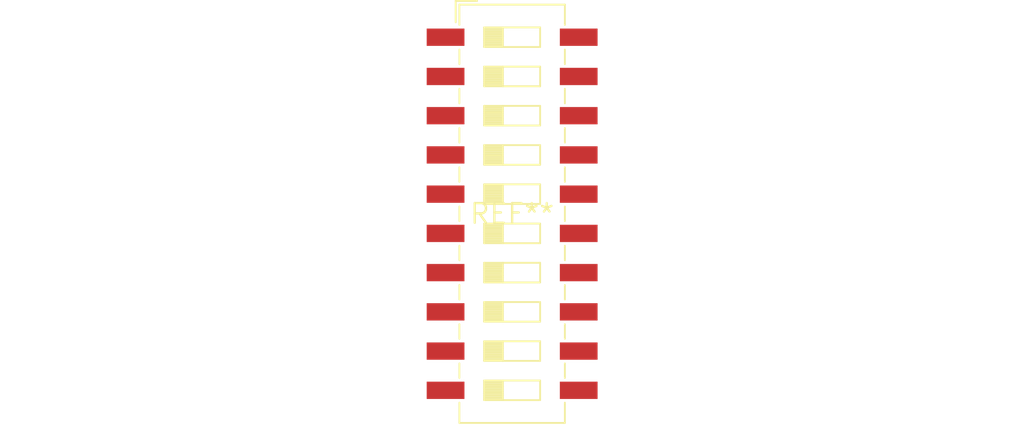
<source format=kicad_pcb>
(kicad_pcb (version 20240108) (generator pcbnew)
  (layers (0 "F.Cu" signal) (31 "B.Cu" signal) (34 "B.Paste" user) (35 "F.Paste" user) (36 "B.SilkS" user "B.Silkscreen") (37 "F.SilkS" user "F.Silkscreen") (38 "B.Mask" user) (39 "F.Mask" user) (44 "Edge.Cuts" user))
  (net 0 "")
  (footprint "SW_DIP_SPSTx10_Slide_6.7x26.96mm_W8.61mm_P2.54mm_LowProfile" (layer "F.Cu") (at 0 0)
    (property "Reference" "REF**")
    (property "Value" "SW_DIP_SPSTx10_Slide_6.7x26.96mm_W8.61mm_P2.54mm_LowProfile")
    (fp_line (start -3.65 -13.78) (end -3.65 -12.397) (layer "F.SilkS") (stroke (width 0.12)))
    (fp_line (start -3.65 -13.78) (end -2.267 -13.78) (layer "F.SilkS") (stroke (width 0.12)))
    (fp_line (start -3.41 -13.54) (end -3.41 -12.23) (layer "F.SilkS") (stroke (width 0.12)))
    (fp_line (start -3.41 -13.54) (end 3.41 -13.54) (layer "F.SilkS") (stroke (width 0.12)))
    (fp_line (start -3.41 -10.63) (end -3.41 -9.69) (layer "F.SilkS") (stroke (width 0.12)))
    (fp_line (start -3.41 -8.09) (end -3.41 -7.15) (layer "F.SilkS") (stroke (width 0.12)))
    (fp_line (start -3.41 -5.55) (end -3.41 -4.61) (layer "F.SilkS") (stroke (width 0.12)))
    (fp_line (start -3.41 -3.01) (end -3.41 -2.07) (layer "F.SilkS") (stroke (width 0.12)))
    (fp_line (start -3.41 -0.47) (end -3.41 0.47) (layer "F.SilkS") (stroke (width 0.12)))
    (fp_line (start -3.41 2.07) (end -3.41 3.01) (layer "F.SilkS") (stroke (width 0.12)))
    (fp_line (start -3.41 4.61) (end -3.41 5.55) (layer "F.SilkS") (stroke (width 0.12)))
    (fp_line (start -3.41 7.15) (end -3.41 8.09) (layer "F.SilkS") (stroke (width 0.12)))
    (fp_line (start -3.41 9.69) (end -3.41 10.63) (layer "F.SilkS") (stroke (width 0.12)))
    (fp_line (start -3.41 12.23) (end -3.41 13.541) (layer "F.SilkS") (stroke (width 0.12)))
    (fp_line (start -3.41 13.541) (end 3.41 13.541) (layer "F.SilkS") (stroke (width 0.12)))
    (fp_line (start -1.81 -12.065) (end -1.81 -10.795) (layer "F.SilkS") (stroke (width 0.12)))
    (fp_line (start -1.81 -11.945) (end -0.603333 -11.945) (layer "F.SilkS") (stroke (width 0.12)))
    (fp_line (start -1.81 -11.825) (end -0.603333 -11.825) (layer "F.SilkS") (stroke (width 0.12)))
    (fp_line (start -1.81 -11.705) (end -0.603333 -11.705) (layer "F.SilkS") (stroke (width 0.12)))
    (fp_line (start -1.81 -11.585) (end -0.603333 -11.585) (layer "F.SilkS") (stroke (width 0.12)))
    (fp_line (start -1.81 -11.465) (end -0.603333 -11.465) (layer "F.SilkS") (stroke (width 0.12)))
    (fp_line (start -1.81 -11.345) (end -0.603333 -11.345) (layer "F.SilkS") (stroke (width 0.12)))
    (fp_line (start -1.81 -11.225) (end -0.603333 -11.225) (layer "F.SilkS") (stroke (width 0.12)))
    (fp_line (start -1.81 -11.105) (end -0.603333 -11.105) (layer "F.SilkS") (stroke (width 0.12)))
    (fp_line (start -1.81 -10.985) (end -0.603333 -10.985) (layer "F.SilkS") (stroke (width 0.12)))
    (fp_line (start -1.81 -10.865) (end -0.603333 -10.865) (layer "F.SilkS") (stroke (width 0.12)))
    (fp_line (start -1.81 -10.795) (end 1.81 -10.795) (layer "F.SilkS") (stroke (width 0.12)))
    (fp_line (start -1.81 -9.525) (end -1.81 -8.255) (layer "F.SilkS") (stroke (width 0.12)))
    (fp_line (start -1.81 -9.405) (end -0.603333 -9.405) (layer "F.SilkS") (stroke (width 0.12)))
    (fp_line (start -1.81 -9.285) (end -0.603333 -9.285) (layer "F.SilkS") (stroke (width 0.12)))
    (fp_line (start -1.81 -9.165) (end -0.603333 -9.165) (layer "F.SilkS") (stroke (width 0.12)))
    (fp_line (start -1.81 -9.045) (end -0.603333 -9.045) (layer "F.SilkS") (stroke (width 0.12)))
    (fp_line (start -1.81 -8.925) (end -0.603333 -8.925) (layer "F.SilkS") (stroke (width 0.12)))
    (fp_line (start -1.81 -8.805) (end -0.603333 -8.805) (layer "F.SilkS") (stroke (width 0.12)))
    (fp_line (start -1.81 -8.685) (end -0.603333 -8.685) (layer "F.SilkS") (stroke (width 0.12)))
    (fp_line (start -1.81 -8.565) (end -0.603333 -8.565) (layer "F.SilkS") (stroke (width 0.12)))
    (fp_line (start -1.81 -8.445) (end -0.603333 -8.445) (layer "F.SilkS") (stroke (width 0.12)))
    (fp_line (start -1.81 -8.325) (end -0.603333 -8.325) (layer "F.SilkS") (stroke (width 0.12)))
    (fp_line (start -1.81 -8.255) (end 1.81 -8.255) (layer "F.SilkS") (stroke (width 0.12)))
    (fp_line (start -1.81 -6.985) (end -1.81 -5.715) (layer "F.SilkS") (stroke (width 0.12)))
    (fp_line (start -1.81 -6.865) (end -0.603333 -6.865) (layer "F.SilkS") (stroke (width 0.12)))
    (fp_line (start -1.81 -6.745) (end -0.603333 -6.745) (layer "F.SilkS") (stroke (width 0.12)))
    (fp_line (start -1.81 -6.625) (end -0.603333 -6.625) (layer "F.SilkS") (stroke (width 0.12)))
    (fp_line (start -1.81 -6.505) (end -0.603333 -6.505) (layer "F.SilkS") (stroke (width 0.12)))
    (fp_line (start -1.81 -6.385) (end -0.603333 -6.385) (layer "F.SilkS") (stroke (width 0.12)))
    (fp_line (start -1.81 -6.265) (end -0.603333 -6.265) (layer "F.SilkS") (stroke (width 0.12)))
    (fp_line (start -1.81 -6.145) (end -0.603333 -6.145) (layer "F.SilkS") (stroke (width 0.12)))
    (fp_line (start -1.81 -6.025) (end -0.603333 -6.025) (layer "F.SilkS") (stroke (width 0.12)))
    (fp_line (start -1.81 -5.905) (end -0.603333 -5.905) (layer "F.SilkS") (stroke (width 0.12)))
    (fp_line (start -1.81 -5.785) (end -0.603333 -5.785) (layer "F.SilkS") (stroke (width 0.12)))
    (fp_line (start -1.81 -5.715) (end 1.81 -5.715) (layer "F.SilkS") (stroke (width 0.12)))
    (fp_line (start -1.81 -4.445) (end -1.81 -3.175) (layer "F.SilkS") (stroke (width 0.12)))
    (fp_line (start -1.81 -4.325) (end -0.603333 -4.325) (layer "F.SilkS") (stroke (width 0.12)))
    (fp_line (start -1.81 -4.205) (end -0.603333 -4.205) (layer "F.SilkS") (stroke (width 0.12)))
    (fp_line (start -1.81 -4.085) (end -0.603333 -4.085) (layer "F.SilkS") (stroke (width 0.12)))
    (fp_line (start -1.81 -3.965) (end -0.603333 -3.965) (layer "F.SilkS") (stroke (width 0.12)))
    (fp_line (start -1.81 -3.845) (end -0.603333 -3.845) (layer "F.SilkS") (stroke (width 0.12)))
    (fp_line (start -1.81 -3.725) (end -0.603333 -3.725) (layer "F.SilkS") (stroke (width 0.12)))
    (fp_line (start -1.81 -3.605) (end -0.603333 -3.605) (layer "F.SilkS") (stroke (width 0.12)))
    (fp_line (start -1.81 -3.485) (end -0.603333 -3.485) (layer "F.SilkS") (stroke (width 0.12)))
    (fp_line (start -1.81 -3.365) (end -0.603333 -3.365) (layer "F.SilkS") (stroke (width 0.12)))
    (fp_line (start -1.81 -3.245) (end -0.603333 -3.245) (layer "F.SilkS") (stroke (width 0.12)))
    (fp_line (start -1.81 -3.175) (end 1.81 -3.175) (layer "F.SilkS") (stroke (width 0.12)))
    (fp_line (start -1.81 -1.905) (end -1.81 -0.635) (layer "F.SilkS") (stroke (width 0.12)))
    (fp_line (start -1.81 -1.785) (end -0.603333 -1.785) (layer "F.SilkS") (stroke (width 0.12)))
    (fp_line (start -1.81 -1.665) (end -0.603333 -1.665) (layer "F.SilkS") (stroke (width 0.12)))
    (fp_line (start -1.81 -1.545) (end -0.603333 -1.545) (layer "F.SilkS") (stroke (width 0.12)))
    (fp_line (start -1.81 -1.425) (end -0.603333 -1.425) (layer "F.SilkS") (stroke (width 0.12)))
    (fp_line (start -1.81 -1.305) (end -0.603333 -1.305) (layer "F.SilkS") (stroke (width 0.12)))
    (fp_line (start -1.81 -1.185) (end -0.603333 -1.185) (layer "F.SilkS") (stroke (width 0.12)))
    (fp_line (start -1.81 -1.065) (end -0.603333 -1.065) (layer "F.SilkS") (stroke (width 0.12)))
    (fp_line (start -1.81 -0.945) (end -0.603333 -0.945) (layer "F.SilkS") (stroke (width 0.12)))
    (fp_line (start -1.81 -0.825) (end -0.603333 -0.825) (layer "F.SilkS") (stroke (width 0.12)))
    (fp_line (start -1.81 -0.705) (end -0.603333 -0.705) (layer "F.SilkS") (stroke (width 0.12)))
    (fp_line (start -1.81 -0.635) (end 1.81 -0.635) (layer "F.SilkS") (stroke (width 0.12)))
    (fp_line (start -1.81 0.635) (end -1.81 1.905) (layer "F.SilkS") (stroke (width 0.12)))
    (fp_line (start -1.81 0.755) (end -0.603333 0.755) (layer "F.SilkS") (stroke (width 0.12)))
    (fp_line (start -1.81 0.875) (end -0.603333 0.875) (layer "F.SilkS") (stroke (width 0.12)))
    (fp_line (start -1.81 0.995) (end -0.603333 0.995) (layer "F.SilkS") (stroke (width 0.12)))
    (fp_line (start -1.81 1.115) (end -0.603333 1.115) (layer "F.SilkS") (stroke (width 0.12)))
    (fp_line (start -1.81 1.235) (end -0.603333 1.235) (layer "F.SilkS") (stroke (width 0.12)))
    (fp_line (start -1.81 1.355) (end -0.603333 1.355) (layer "F.SilkS") (stroke (width 0.12)))
    (fp_line (start -1.81 1.475) (end -0.603333 1.475) (layer "F.SilkS") (stroke (width 0.12)))
    (fp_line (start -1.81 1.595) (end -0.603333 1.595) (layer "F.SilkS") (stroke (width 0.12)))
    (fp_line (start -1.81 1.715) (end -0.603333 1.715) (layer "F.SilkS") (stroke (width 0.12)))
    (fp_line (start -1.81 1.835) (end -0.603333 1.835) (layer "F.SilkS") (stroke (width 0.12)))
    (fp_line (start -1.81 1.905) (end 1.81 1.905) (layer "F.SilkS") (stroke (width 0.12)))
    (fp_line (start -1.81 3.175) (end -1.81 4.445) (layer "F.SilkS") (stroke (width 0.12)))
    (fp_line (start -1.81 3.295) (end -0.603333 3.295) (layer "F.SilkS") (stroke (width 0.12)))
    (fp_line (start -1.81 3.415) (end -0.603333 3.415) (layer "F.SilkS") (stroke (width 0.12)))
    (fp_line (start -1.81 3.535) (end -0.603333 3.535) (layer "F.SilkS") (stroke (width 0.12)))
    (fp_line (start -1.81 3.655) (end -0.603333 3.655) (layer "F.SilkS") (stroke (width 0.12)))
    (fp_line (start -1.81 3.775) (end -0.603333 3.775) (layer "F.SilkS") (stroke (width 0.12)))
    (fp_line (start -1.81 3.895) (end -0.603333 3.895) (layer "F.SilkS") (stroke (width 0.12)))
    (fp_line (start -1.81 4.015) (end -0.603333 4.015) (layer "F.SilkS") (stroke (width 0.12)))
    (fp_line (start -1.81 4.135) (end -0.603333 4.135) (layer "F.SilkS") (stroke (width 0.12)))
    (fp_line (start -1.81 4.255) (end -0.603333 4.255) (layer "F.SilkS") (stroke (width 0.12)))
    (fp_line (start -1.81 4.375) (end -0.603333 4.375) (layer "F.SilkS") (stroke (width 0.12)))
    (fp_line (start -1.81 4.445) (end 1.81 4.445) (layer "F.SilkS") (stroke (width 0.12)))
    (fp_line (start -1.81 5.715) (end -1.81 6.985) (layer "F.SilkS") (stroke (width 0.12)))
    (fp_line (start -1.81 5.835) (end -0.603333 5.835) (layer "F.SilkS") (stroke (width 0.12)))
    (fp_line (start -1.81 5.955) (end -0.603333 5.955) (layer "F.SilkS") (stroke (width 0.12)))
    (fp_line (start -1.81 6.075) (end -0.603333 6.075) (layer "F.SilkS") (stroke (width 0.12)))
    (fp_line (start -1.81 6.195) (end -0.603333 6.195) (layer "F.SilkS") (stroke (width 0.12)))
    (fp_line (start -1.81 6.315) (end -0.603333 6.315) (layer "F.SilkS") (stroke (width 0.12)))
    (fp_line (start -1.81 6.435) (end -0.603333 6.435) (layer "F.SilkS") (stroke (width 0.12)))
    (fp_line (start -1.81 6.555) (end -0.603333 6.555) (layer "F.SilkS") (stroke (width 0.12)))
    (fp_line (start -1.81 6.675) (end -0.603333 6.675) (layer "F.SilkS") (stroke (width 0.12)))
    (fp_line (start -1.81 6.795) (end -0.603333 6.795) (layer "F.SilkS") (stroke (width 0.12)))
    (fp_line (start -1.81 6.915) (end -0.603333 6.915) (layer "F.SilkS") (stroke (width 0.12)))
    (fp_line (start -1.81 6.985) (end 1.81 6.985) (layer "F.SilkS") (stroke (width 0.12)))
    (fp_line (start -1.81 8.255) (end -1.81 9.525) (layer "F.SilkS") (stroke (width 0.12)))
    (fp_line (start -1.81 8.375) (end -0.603333 8.375) (layer "F.SilkS") (stroke (width 0.12)))
    (fp_line (start -1.81 8.495) (end -0.603333 8.495) (layer "F.SilkS") (stroke (width 0.12)))
    (fp_line (start -1.81 8.615) (end -0.603333 8.615) (layer "F.SilkS") (stroke (width 0.12)))
    (fp_line (start -1.81 8.735) (end -0.603333 8.735) (layer "F.SilkS") (stroke (width 0.12)))
    (fp_line (start -1.81 8.855) (end -0.603333 8.855) (layer "F.SilkS") (stroke (width 0.12)))
    (fp_line (start -1.81 8.975) (end -0.603333 8.975) (layer "F.SilkS") (stroke (width 0.12)))
    (fp_line (start -1.81 9.095) (end -0.603333 9.095) (layer "F.SilkS") (stroke (width 0.12)))
    (fp_line (start -1.81 9.215) (end -0.603333 9.215) (layer "F.SilkS") (stroke (width 0.12)))
    (fp_line (start -1.81 9.335) (end -0.603333 9.335) (layer "F.SilkS") (stroke (width 0.12)))
    (fp_line (start -1.81 9.455) (end -0.603333 9.455) (layer "F.SilkS") (stroke (width 0.12)))
    (fp_line (start -1.81 9.525) (end 1.81 9.525) (layer "F.SilkS") (stroke (width 0.12)))
    (fp_line (start -1.81 10.795) (end -1.81 12.065) (layer "F.SilkS") (stroke (width 0.12)))
    (fp_line (start -1.81 10.915) (end -0.603333 10.915) (layer "F.SilkS") (stroke (width 0.12)))
    (fp_line (start -1.81 11.035) (end -0.603333 11.035) (layer "F.SilkS") (stroke (width 0.12)))
    (fp_line (start -1.81 11.155) (end -0.603333 11.155) (layer "F.SilkS") (stroke (width 0.12)))
    (fp_line (start -1.81 11.275) (end -0.603333 11.275) (layer "F.SilkS") (stroke (width 0.12)))
    (fp_line (start -1.81 11.395) (end -0.603333 11.395) (layer "F.SilkS") (stroke (width 0.12)))
    (fp_line (start -1.81 11.515) (end -0.603333 11.515) (layer "F.SilkS") (stroke (width 0.12)))
    (fp_line (start -1.81 11.635) (end -0.603333 11.635) (layer "F.SilkS") (stroke (width 0.12)))
    (fp_line (start -1.81 11.755) (end -0.603333 11.755) (layer "F.SilkS") (stroke (width 0.12)))
    (fp_line (start -1.81 11.875) (end -0.603333 11.875) (layer "F.SilkS") (stroke (width 0.12)))
    (fp_line (start -1.81 11.995) (end -0.603333 11.995) (layer "F.SilkS") (stroke (width 0.12)))
    (fp_line (start -1.81 12.065) (end 1.81 12.065) (layer "F.SilkS") (stroke (width 0.12)))
    (fp_line (start -0.603333 -12.065) (end -0.603333 -10.795) (layer "F.SilkS") (stroke (width 0.12)))
    (fp_line (start -0.603333 -9.525) (end -0.603333 -8.255) (layer "F.SilkS") (stroke (width 0.12)))
    (fp_line (start -0.603333 -6.985) (end -0.603333 -5.715) (layer "F.SilkS") (stroke (width 0.12)))
    (fp_line (start -0.603333 -4.445) (end -0.603333 -3.175) (layer "F.SilkS") (stroke (width 0.12)))
    (fp_line (start -0.603333 -1.905) (end -0.603333 -0.635) (layer "F.SilkS") (stroke (width 0.12)))
    (fp_line (start -0.603333 0.635) (end -0.603333 1.905) (layer "F.SilkS") (stroke (width 0.12)))
    (fp_line (start -0.603333 3.175) (end -0.603333 4.445) (layer "F.SilkS") (stroke (width 0.12)))
    (fp_line (start -0.603333 5.715) (end -0.603333 6.985) (layer "F.SilkS") (stroke (width 0.12)))
    (fp_line (start -0.603333 8.255) (end -0.603333 9.525) (layer "F.SilkS") (stroke (width 0.12)))
    (fp_line (start -0.603333 10.795) (end -0.603333 12.065) (layer "F.SilkS") (stroke (width 0.12)))
    (fp_line (start 1.81 -12.065) (end -1.81 -12.065) (layer "F.SilkS") (stroke (width 0.12)))
    (fp_line (start 1.81 -10.795) (end 1.81 -12.065) (layer "F.SilkS") (stroke (width 0.12)))
    (fp_line (start 1.81 -9.525) (end -1.81 -9.525) (layer "F.SilkS") (stroke (width 0.12)))
    (fp_line (start 1.81 -8.255) (end 1.81 -9.525) (layer "F.SilkS") (stroke (width 0.12)))
    (fp_line (start 1.81 -6.985) (end -1.81 -6.985) (layer "F.SilkS") (stroke (width 0.12)))
    (fp_line (start 1.81 -5.715) (end 1.81 -6.985) (layer "F.SilkS") (stroke (width 0.12)))
    (fp_line (start 1.81 -4.445) (end -1.81 -4.445) (layer "F.SilkS") (stroke (width 0.12)))
    (fp_line (start 1.81 -3.175) (end 1.81 -4.445) (layer "F.SilkS") (stroke (width 0.12)))
    (fp_line (start 1.81 -1.905) (end -1.81 -1.905) (layer "F.SilkS") (stroke (width 0.12)))
    (fp_line (start 1.81 -0.635) (end 1.81 -1.905) (layer "F.SilkS") (stroke (width 0.12)))
    (fp_line (start 1.81 0.635) (end -1.81 0.635) (layer "F.SilkS") (stroke (width 0.12)))
    (fp_line (start 1.81 1.905) (end 1.81 0.635) (layer "F.SilkS") (stroke (width 0.12)))
    (fp_line (start 1.81 3.175) (end -1.81 3.175) (layer "F.SilkS") (stroke (width 0.12)))
    (fp_line (start 1.81 4.445) (end 1.81 3.175) (layer "F.SilkS") (stroke (width 0.12)))
    (fp_line (start 1.81 5.715) (end -1.81 5.715) (layer "F.SilkS") (stroke (width 0.12)))
    (fp_line (start 1.81 6.985) (end 1.81 5.715) (layer "F.SilkS") (stroke (width 0.12)))
    (fp_line (start 1.81 8.255) (end -1.81 8.255) (layer "F.SilkS") (stroke (width 0.12)))
    (fp_line (start 1.81 9.525) (end 1.81 8.255) (layer "F.SilkS") (stroke (width 0.12)))
    (fp_line (start 1.81 10.795) (end -1.81 10.795) (layer "F.SilkS") (stroke (width 0.12)))
    (fp_line (start 1.81 12.065) (end 1.81 10.795) (layer "F.SilkS") (stroke (width 0.12)))
    (fp_line (start 3.41 -13.54) (end 3.41 -12.23) (layer "F.SilkS") (stroke (width 0.12)))
    (fp_line (start 3.41 -10.629) (end 3.41 -9.689) (layer "F.SilkS") (stroke (width 0.12)))
    (fp_line (start 3.41 -8.089) (end 3.41 -7.149) (layer "F.SilkS") (stroke (width 0.12)))
    (fp_line (start 3.41 -5.549) (end 3.41 -4.609) (layer "F.SilkS") (stroke (width 0.12)))
    (fp_line (start 3.41 -3.009) (end 3.41 -2.069) (layer "F.SilkS") (stroke (width 0.12)))
    (fp_line (start 3.41 -0.469) (end 3.41 0.471) (layer "F.SilkS") (stroke (width 0.12)))
    (fp_line (start 3.41 2.071) (end 3.41 3.011) (layer "F.SilkS") (stroke (width 0.12)))
    (fp_line (start 3.41 4.611) (end 3.41 5.55) (layer "F.SilkS") (stroke (width 0.12)))
    (fp_line (start 3.41 7.15) (end 3.41 8.09) (layer "F.SilkS") (stroke (width 0.12)))
    (fp_line (start 3.41 9.69) (end 3.41 10.63) (layer "F.SilkS") (stroke (width 0.12)))
    (fp_line (start 3.41 12.23) (end 3.41 13.541) (layer "F.SilkS") (stroke (width 0.12)))
    (pad "1" smd rect (at -4.305 -11.43) (size 2.44 1.12) (layers "F.Cu" "F.Paste" "F.Mask"))
    (pad "2" smd rect (at -4.305 -8.89) (size 2.44 1.12) (layers "F.Cu" "F.Paste" "F.Mask"))
    (pad "3" smd rect (at -4.305 -6.35) (size 2.44 1.12) (layers "F.Cu" "F.Paste" "F.Mask"))
    (pad "4" smd rect (at -4.305 -3.81) (size 2.44 1.12) (layers "F.Cu" "F.Paste" "F.Mask"))
    (pad "5" smd rect (at -4.305 -1.27) (size 2.44 1.12) (layers "F.Cu" "F.Paste" "F.Mask"))
    (pad "6" smd rect (at -4.305 1.27) (size 2.44 1.12) (layers "F.Cu" "F.Paste" "F.Mask"))
    (pad "7" smd rect (at -4.305 3.81) (size 2.44 1.12) (layers "F.Cu" "F.Paste" "F.Mask"))
    (pad "8" smd rect (at -4.305 6.35) (size 2.44 1.12) (layers "F.Cu" "F.Paste" "F.Mask"))
    (pad "9" smd rect (at -4.305 8.89) (size 2.44 1.12) (layers "F.Cu" "F.Paste" "F.Mask"))
    (pad "10" smd rect (at -4.305 11.43) (size 2.44 1.12) (layers "F.Cu" "F.Paste" "F.Mask"))
    (pad "11" smd rect (at 4.305 11.43) (size 2.44 1.12) (layers "F.Cu" "F.Paste" "F.Mask"))
    (pad "12" smd rect (at 4.305 8.89) (size 2.44 1.12) (layers "F.Cu" "F.Paste" "F.Mask"))
    (pad "13" smd rect (at 4.305 6.35) (size 2.44 1.12) (layers "F.Cu" "F.Paste" "F.Mask"))
    (pad "14" smd rect (at 4.305 3.81) (size 2.44 1.12) (layers "F.Cu" "F.Paste" "F.Mask"))
    (pad "15" smd rect (at 4.305 1.27) (size 2.44 1.12) (layers "F.Cu" "F.Paste" "F.Mask"))
    (pad "16" smd rect (at 4.305 -1.27) (size 2.44 1.12) (layers "F.Cu" "F.Paste" "F.Mask"))
    (pad "17" smd rect (at 4.305 -3.81) (size 2.44 1.12) (layers "F.Cu" "F.Paste" "F.Mask"))
    (pad "18" smd rect (at 4.305 -6.35) (size 2.44 1.12) (layers "F.Cu" "F.Paste" "F.Mask"))
    (pad "19" smd rect (at 4.305 -8.89) (size 2.44 1.12) (layers "F.Cu" "F.Paste" "F.Mask"))
    (pad "20" smd rect (at 4.305 -11.43) (size 2.44 1.12) (layers "F.Cu" "F.Paste" "F.Mask"))
  )
)
</source>
